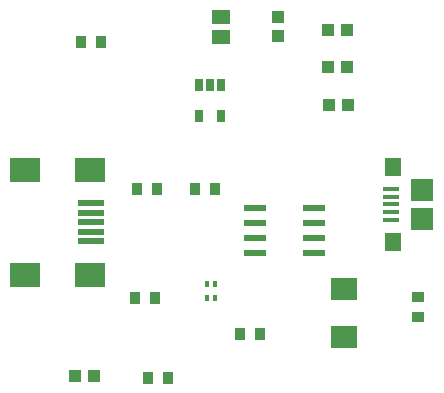
<source format=gtp>
G04*
G04 #@! TF.GenerationSoftware,Altium Limited,Altium Designer,19.1.5 (86)*
G04*
G04 Layer_Color=8421504*
%FSLAX25Y25*%
%MOIN*%
G70*
G01*
G75*
%ADD15R,0.03543X0.03937*%
%ADD16R,0.08858X0.07677*%
%ADD17R,0.07756X0.02244*%
%ADD18R,0.03937X0.03543*%
%ADD19R,0.01575X0.01968*%
%ADD20R,0.09843X0.07874*%
%ADD21R,0.09055X0.01968*%
%ADD22R,0.02800X0.03900*%
%ADD23R,0.05906X0.05118*%
%ADD24R,0.03937X0.03937*%
%ADD25R,0.07480X0.07480*%
%ADD26R,0.05512X0.06299*%
%ADD27R,0.05315X0.01575*%
%ADD28R,0.03937X0.03937*%
D15*
X37000Y128500D02*
D03*
X30307D02*
D03*
X68154Y79500D02*
D03*
X74847D02*
D03*
X48154Y43000D02*
D03*
X54847D02*
D03*
X89846Y31000D02*
D03*
X83153D02*
D03*
X59346Y16500D02*
D03*
X52653D02*
D03*
X55500Y79500D02*
D03*
X48807D02*
D03*
D16*
X117852Y46118D02*
D03*
Y30173D02*
D03*
D17*
X107744Y73000D02*
D03*
Y68000D02*
D03*
Y63000D02*
D03*
Y58000D02*
D03*
X88256D02*
D03*
Y63000D02*
D03*
Y68000D02*
D03*
Y73000D02*
D03*
D18*
X142500Y36654D02*
D03*
Y43347D02*
D03*
D19*
X72122Y47862D02*
D03*
X74878D02*
D03*
Y43138D02*
D03*
X72122D02*
D03*
D20*
X11689Y50819D02*
D03*
X33342D02*
D03*
Y85858D02*
D03*
X11689D02*
D03*
D21*
X33736Y62039D02*
D03*
Y65189D02*
D03*
Y74638D02*
D03*
Y71488D02*
D03*
Y68339D02*
D03*
D22*
X76900Y114000D02*
D03*
X73200D02*
D03*
X69500D02*
D03*
X69450Y103800D02*
D03*
X76950D02*
D03*
D23*
X77000Y130154D02*
D03*
Y136846D02*
D03*
D24*
X34650Y17000D02*
D03*
X28350D02*
D03*
X119000Y132500D02*
D03*
X112701D02*
D03*
X119000Y120000D02*
D03*
X112701D02*
D03*
X119150Y107500D02*
D03*
X112850D02*
D03*
D25*
X144000Y79000D02*
D03*
Y69551D02*
D03*
D26*
X134354Y86874D02*
D03*
Y61677D02*
D03*
D27*
X133468Y79394D02*
D03*
Y76835D02*
D03*
Y74276D02*
D03*
Y71716D02*
D03*
Y69157D02*
D03*
D28*
X96000Y136650D02*
D03*
Y130350D02*
D03*
M02*

</source>
